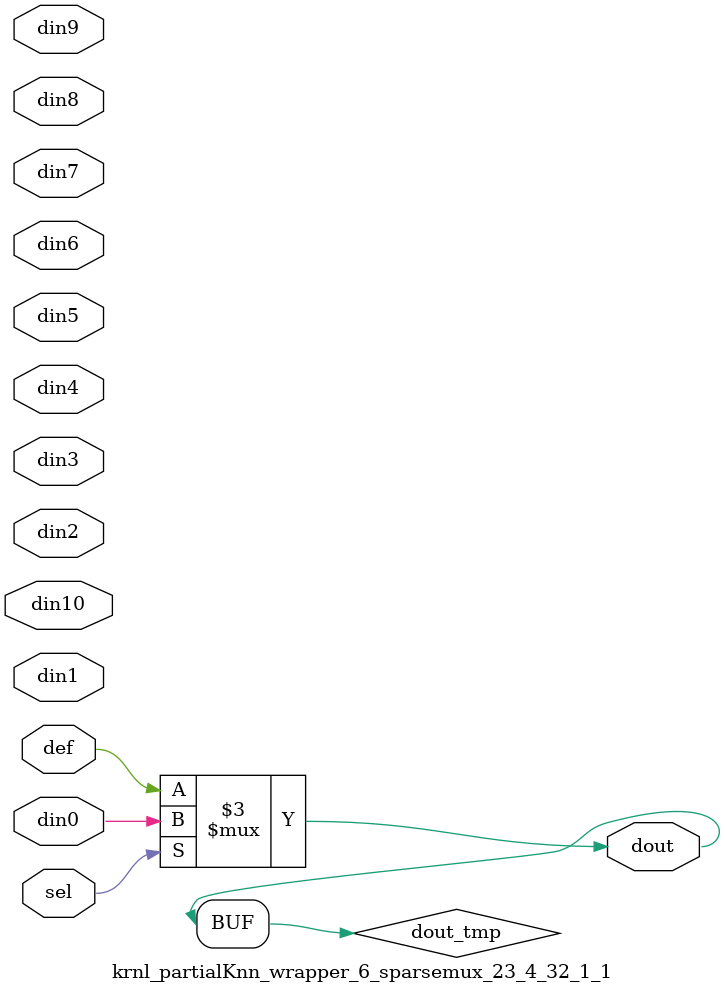
<source format=v>
`timescale 1 ns / 1 ps
module krnl_partialKnn_wrapper_6_sparsemux_23_4_32_1_1 (din0,din1,din2,din3,din4,din5,din6,din7,din8,din9,din10,def,sel,dout);
parameter din0_WIDTH = 1;
parameter din1_WIDTH = 1;
parameter din2_WIDTH = 1;
parameter din3_WIDTH = 1;
parameter din4_WIDTH = 1;
parameter din5_WIDTH = 1;
parameter din6_WIDTH = 1;
parameter din7_WIDTH = 1;
parameter din8_WIDTH = 1;
parameter din9_WIDTH = 1;
parameter din10_WIDTH = 1;
parameter def_WIDTH = 1;
parameter sel_WIDTH = 1;
parameter dout_WIDTH = 1;
parameter [sel_WIDTH-1:0] CASE0 = 1;
parameter [sel_WIDTH-1:0] CASE1 = 1;
parameter [sel_WIDTH-1:0] CASE2 = 1;
parameter [sel_WIDTH-1:0] CASE3 = 1;
parameter [sel_WIDTH-1:0] CASE4 = 1;
parameter [sel_WIDTH-1:0] CASE5 = 1;
parameter [sel_WIDTH-1:0] CASE6 = 1;
parameter [sel_WIDTH-1:0] CASE7 = 1;
parameter [sel_WIDTH-1:0] CASE8 = 1;
parameter [sel_WIDTH-1:0] CASE9 = 1;
parameter [sel_WIDTH-1:0] CASE10 = 1;
parameter ID = 1;
parameter NUM_STAGE = 1;
input [din0_WIDTH-1:0] din0;
input [din1_WIDTH-1:0] din1;
input [din2_WIDTH-1:0] din2;
input [din3_WIDTH-1:0] din3;
input [din4_WIDTH-1:0] din4;
input [din5_WIDTH-1:0] din5;
input [din6_WIDTH-1:0] din6;
input [din7_WIDTH-1:0] din7;
input [din8_WIDTH-1:0] din8;
input [din9_WIDTH-1:0] din9;
input [din10_WIDTH-1:0] din10;
input [def_WIDTH-1:0] def;
input [sel_WIDTH-1:0] sel;
output [dout_WIDTH-1:0] dout;
reg [dout_WIDTH-1:0] dout_tmp;
always @ (*) begin
case (sel)
    
    CASE0 : dout_tmp = din0;
    
    CASE1 : dout_tmp = din1;
    
    CASE2 : dout_tmp = din2;
    
    CASE3 : dout_tmp = din3;
    
    CASE4 : dout_tmp = din4;
    
    CASE5 : dout_tmp = din5;
    
    CASE6 : dout_tmp = din6;
    
    CASE7 : dout_tmp = din7;
    
    CASE8 : dout_tmp = din8;
    
    CASE9 : dout_tmp = din9;
    
    CASE10 : dout_tmp = din10;
    
    default : dout_tmp = def;
endcase
end
assign dout = dout_tmp;
endmodule
</source>
